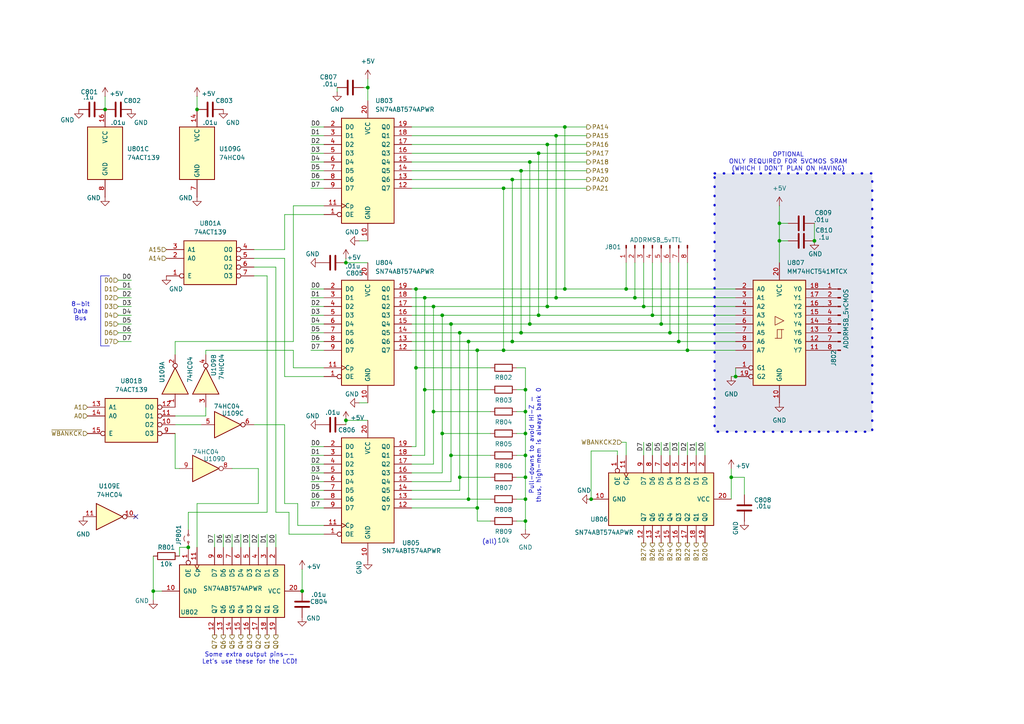
<source format=kicad_sch>
(kicad_sch (version 20250114) (generator "eeschema") (generator_version "9.0")
  (paper "A4")
  (title_block (title "65c02 Homebrew") (rev "Prelim") (company "Joseph R. Freeston") (comment 2 "https://github.com/snorklerjoe/useful6502") (comment 4 "A 65c02-based computer with peripheral i/o offloaded to a PIC16 microcontroller."))
  (lib_symbols
    (symbol "74xx:74HC04"
      (property "Reference" "U" (at 0 1.27 0))
      (property "Value" "74HC04" (at 0 -1.27 0))
      (symbol "74HC04_1_0"
        (polyline (pts (xy -3.81 3.81) (xy -3.81 -3.81) (xy 3.81 0) (xy -3.81 3.81)) (stroke (width 0.254)) (fill (type background)))
        (pin input line (at -7.62 0 0) (length 3.81) (name "~") (number "1"))
        (pin output inverted (at 7.62 0 180) (length 3.81) (name "~") (number "2"))
      )
      (symbol "74HC04_2_0"
        (polyline (pts (xy -3.81 3.81) (xy -3.81 -3.81) (xy 3.81 0) (xy -3.81 3.81)) (stroke (width 0.254)) (fill (type background)))
        (pin input line (at -7.62 0 0) (length 3.81) (name "~") (number "3"))
        (pin output inverted (at 7.62 0 180) (length 3.81) (name "~") (number "4"))
      )
      (symbol "74HC04_3_0"
        (polyline (pts (xy -3.81 3.81) (xy -3.81 -3.81) (xy 3.81 0) (xy -3.81 3.81)) (stroke (width 0.254)) (fill (type background)))
        (pin input line (at -7.62 0 0) (length 3.81) (name "~") (number "5"))
        (pin output inverted (at 7.62 0 180) (length 3.81) (name "~") (number "6"))
      )
      (symbol "74HC04_4_0"
        (polyline (pts (xy -3.81 3.81) (xy -3.81 -3.81) (xy 3.81 0) (xy -3.81 3.81)) (stroke (width 0.254)) (fill (type background)))
        (pin input line (at -7.62 0 0) (length 3.81) (name "~") (number "9"))
        (pin output inverted (at 7.62 0 180) (length 3.81) (name "~") (number "8"))
      )
      (symbol "74HC04_5_0"
        (polyline (pts (xy -3.81 3.81) (xy -3.81 -3.81) (xy 3.81 0) (xy -3.81 3.81)) (stroke (width 0.254)) (fill (type background)))
        (pin input line (at -7.62 0 0) (length 3.81) (name "~") (number "11"))
        (pin output inverted (at 7.62 0 180) (length 3.81) (name "~") (number "10"))
      )
      (symbol "74HC04_6_0"
        (polyline (pts (xy -3.81 3.81) (xy -3.81 -3.81) (xy 3.81 0) (xy -3.81 3.81)) (stroke (width 0.254)) (fill (type background)))
        (pin input line (at -7.62 0 0) (length 3.81) (name "~") (number "13"))
        (pin output inverted (at 7.62 0 180) (length 3.81) (name "~") (number "12"))
      )
      (symbol "74HC04_7_0"
        (pin power_in line (at 0 12.7 270) (length 5.08) (name "VCC") (number "14"))
        (pin power_in line (at 0 -12.7 90) (length 5.08) (name "GND") (number "7"))
      )
      (symbol "74HC04_7_1"
        (rectangle (start -5.08 7.62) (end 5.08 -7.62) (stroke (width 0.254)) (fill (type background)))
      )
    )
    (symbol "74xx:74HCT541" (pin_names (offset 1.016))
      (property "Reference" "U" (at -7.62 16.51 0))
      (property "Value" "74HCT541" (at -7.62 -16.51 0))
      (symbol "74HCT541_1_0"
        (polyline (pts (xy -1.27 -1.6002) (xy 0.635 -1.6002) (xy 0.635 0.9398) (xy 1.27 0.9398)))
        (polyline (pts (xy -0.635 -1.6002) (xy -0.635 0.9398) (xy 0.635 0.9398)))
        (polyline (pts (xy 1.27 3.4798) (xy -1.27 4.7498) (xy -1.27 2.2098) (xy 1.27 3.4798)) (stroke (width 0.1524)))
        (pin input line (at -12.7 12.7 0) (length 5.08) (name "A0") (number "2"))
        (pin input line (at -12.7 10.16 0) (length 5.08) (name "A1") (number "3"))
        (pin input line (at -12.7 7.62 0) (length 5.08) (name "A2") (number "4"))
        (pin input line (at -12.7 5.08 0) (length 5.08) (name "A3") (number "5"))
        (pin input line (at -12.7 2.54 0) (length 5.08) (name "A4") (number "6"))
        (pin input line (at -12.7 0 0) (length 5.08) (name "A5") (number "7"))
        (pin input line (at -12.7 -2.54 0) (length 5.08) (name "A6") (number "8"))
        (pin input line (at -12.7 -5.08 0) (length 5.08) (name "A7") (number "9"))
        (pin input inverted (at -12.7 -10.16 0) (length 5.08) (name "G1") (number "1"))
        (pin input inverted (at -12.7 -12.7 0) (length 5.08) (name "G2") (number "19"))
        (pin power_in line (at 0 20.32 270) (length 5.08) (name "VCC") (number "20"))
        (pin power_in line (at 0 -20.32 90) (length 5.08) (name "GND") (number "10"))
        (pin tri_state line (at 12.7 12.7 180) (length 5.08) (name "Y0") (number "18"))
        (pin tri_state line (at 12.7 10.16 180) (length 5.08) (name "Y1") (number "17"))
        (pin tri_state line (at 12.7 7.62 180) (length 5.08) (name "Y2") (number "16"))
        (pin tri_state line (at 12.7 5.08 180) (length 5.08) (name "Y3") (number "15"))
        (pin tri_state line (at 12.7 2.54 180) (length 5.08) (name "Y4") (number "14"))
        (pin tri_state line (at 12.7 0 180) (length 5.08) (name "Y5") (number "13"))
        (pin tri_state line (at 12.7 -2.54 180) (length 5.08) (name "Y6") (number "12"))
        (pin tri_state line (at 12.7 -5.08 180) (length 5.08) (name "Y7") (number "11"))
      )
      (symbol "74HCT541_1_1"
        (rectangle (start -7.62 15.24) (end 7.62 -15.24) (stroke (width 0.254)) (fill (type background)))
      )
    )
    (symbol "74xx:74HCT574" (pin_names (offset 1.016))
      (property "Reference" "U" (at -7.62 16.51 0))
      (property "Value" "74HCT574" (at -7.62 -16.51 0))
      (symbol "74HCT574_1_0"
        (pin input line (at -12.7 12.7 0) (length 5.08) (name "D0") (number "2"))
        (pin input line (at -12.7 10.16 0) (length 5.08) (name "D1") (number "3"))
        (pin input line (at -12.7 7.62 0) (length 5.08) (name "D2") (number "4"))
        (pin input line (at -12.7 5.08 0) (length 5.08) (name "D3") (number "5"))
        (pin input line (at -12.7 2.54 0) (length 5.08) (name "D4") (number "6"))
        (pin input line (at -12.7 0 0) (length 5.08) (name "D5") (number "7"))
        (pin input line (at -12.7 -2.54 0) (length 5.08) (name "D6") (number "8"))
        (pin input line (at -12.7 -5.08 0) (length 5.08) (name "D7") (number "9"))
        (pin input clock (at -12.7 -10.16 0) (length 5.08) (name "Cp") (number "11"))
        (pin input inverted (at -12.7 -12.7 0) (length 5.08) (name "OE") (number "1"))
        (pin power_in line (at 0 20.32 270) (length 5.08) (name "VCC") (number "20"))
        (pin power_in line (at 0 -20.32 90) (length 5.08) (name "GND") (number "10"))
        (pin tri_state line (at 12.7 12.7 180) (length 5.08) (name "Q0") (number "19"))
        (pin tri_state line (at 12.7 10.16 180) (length 5.08) (name "Q1") (number "18"))
        (pin tri_state line (at 12.7 7.62 180) (length 5.08) (name "Q2") (number "17"))
        (pin tri_state line (at 12.7 5.08 180) (length 5.08) (name "Q3") (number "16"))
        (pin tri_state line (at 12.7 2.54 180) (length 5.08) (name "Q4") (number "15"))
        (pin tri_state line (at 12.7 0 180) (length 5.08) (name "Q5") (number "14"))
        (pin tri_state line (at 12.7 -2.54 180) (length 5.08) (name "Q6") (number "13"))
        (pin tri_state line (at 12.7 -5.08 180) (length 5.08) (name "Q7") (number "12"))
      )
      (symbol "74HCT574_1_1"
        (rectangle (start -7.62 15.24) (end 7.62 -15.24) (stroke (width 0.254)) (fill (type background)))
      )
    )
    (symbol "74xx:74LS139" (pin_names (offset 1.016))
      (property "Reference" "U" (at -7.62 8.89 0))
      (property "Value" "74LS139" (at -7.62 -8.89 0))
      (symbol "74LS139_1_0"
        (pin input line (at -12.7 2.54 0) (length 5.08) (name "A1") (number "3"))
        (pin input line (at -12.7 0 0) (length 5.08) (name "A0") (number "2"))
        (pin input inverted (at -12.7 -5.08 0) (length 5.08) (name "E") (number "1"))
        (pin output inverted (at 12.7 2.54 180) (length 5.08) (name "O0") (number "4"))
        (pin output inverted (at 12.7 0 180) (length 5.08) (name "O1") (number "5"))
        (pin output inverted (at 12.7 -2.54 180) (length 5.08) (name "O2") (number "6"))
        (pin output inverted (at 12.7 -5.08 180) (length 5.08) (name "O3") (number "7"))
      )
      (symbol "74LS139_1_1"
        (rectangle (start -7.62 5.08) (end 7.62 -7.62) (stroke (width 0.254)) (fill (type background)))
      )
      (symbol "74LS139_2_0"
        (pin input line (at -12.7 2.54 0) (length 5.08) (name "A1") (number "13"))
        (pin input line (at -12.7 0 0) (length 5.08) (name "A0") (number "14"))
        (pin input inverted (at -12.7 -5.08 0) (length 5.08) (name "E") (number "15"))
        (pin output inverted (at 12.7 2.54 180) (length 5.08) (name "O0") (number "12"))
        (pin output inverted (at 12.7 0 180) (length 5.08) (name "O1") (number "11"))
        (pin output inverted (at 12.7 -2.54 180) (length 5.08) (name "O2") (number "10"))
        (pin output inverted (at 12.7 -5.08 180) (length 5.08) (name "O3") (number "9"))
      )
      (symbol "74LS139_2_1"
        (rectangle (start -7.62 5.08) (end 7.62 -7.62) (stroke (width 0.254)) (fill (type background)))
      )
      (symbol "74LS139_3_0"
        (pin power_in line (at 0 12.7 270) (length 5.08) (name "VCC") (number "16"))
        (pin power_in line (at 0 -12.7 90) (length 5.08) (name "GND") (number "8"))
      )
      (symbol "74LS139_3_1"
        (rectangle (start -5.08 7.62) (end 5.08 -7.62) (stroke (width 0.254)) (fill (type background)))
      )
    )
    (symbol "Connector:Conn_01x08_Pin" (pin_names (offset 1.016) (hide yes))
      (property "Reference" "J" (at 0 10.16 0))
      (property "Value" "Conn_01x08_Pin" (at 0 -12.7 0))
      (symbol "Conn_01x08_Pin_1_1"
        (rectangle (start 0.8636 7.747) (end 0 7.493) (stroke (width 0.1524)) (fill (type outline)))
        (rectangle (start 0.8636 5.207) (end 0 4.953) (stroke (width 0.1524)) (fill (type outline)))
        (rectangle (start 0.8636 2.667) (end 0 2.413) (stroke (width 0.1524)) (fill (type outline)))
        (rectangle (start 0.8636 0.127) (end 0 -0.127) (stroke (width 0.1524)) (fill (type outline)))
        (rectangle (start 0.8636 -2.413) (end 0 -2.667) (stroke (width 0.1524)) (fill (type outline)))
        (rectangle (start 0.8636 -4.953) (end 0 -5.207) (stroke (width 0.1524)) (fill (type outline)))
        (rectangle (start 0.8636 -7.493) (end 0 -7.747) (stroke (width 0.1524)) (fill (type outline)))
        (rectangle (start 0.8636 -10.033) (end 0 -10.287) (stroke (width 0.1524)) (fill (type outline)))
        (polyline (pts (xy 1.27 7.62) (xy 0.8636 7.62)) (stroke (width 0.1524)))
        (polyline (pts (xy 1.27 5.08) (xy 0.8636 5.08)) (stroke (width 0.1524)))
        (polyline (pts (xy 1.27 2.54) (xy 0.8636 2.54)) (stroke (width 0.1524)))
        (polyline (pts (xy 1.27 0) (xy 0.8636 0)) (stroke (width 0.1524)))
        (polyline (pts (xy 1.27 -2.54) (xy 0.8636 -2.54)) (stroke (width 0.1524)))
        (polyline (pts (xy 1.27 -5.08) (xy 0.8636 -5.08)) (stroke (width 0.1524)))
        (polyline (pts (xy 1.27 -7.62) (xy 0.8636 -7.62)) (stroke (width 0.1524)))
        (polyline (pts (xy 1.27 -10.16) (xy 0.8636 -10.16)) (stroke (width 0.1524)))
        (pin passive line (at 5.08 7.62 180) (length 3.81) (name "Pin_1") (number "1"))
        (pin passive line (at 5.08 5.08 180) (length 3.81) (name "Pin_2") (number "2"))
        (pin passive line (at 5.08 2.54 180) (length 3.81) (name "Pin_3") (number "3"))
        (pin passive line (at 5.08 0 180) (length 3.81) (name "Pin_4") (number "4"))
        (pin passive line (at 5.08 -2.54 180) (length 3.81) (name "Pin_5") (number "5"))
        (pin passive line (at 5.08 -5.08 180) (length 3.81) (name "Pin_6") (number "6"))
        (pin passive line (at 5.08 -7.62 180) (length 3.81) (name "Pin_7") (number "7"))
        (pin passive line (at 5.08 -10.16 180) (length 3.81) (name "Pin_8") (number "8"))
      )
    )
    (symbol "Device:C" (pin_numbers (hide yes)) (pin_names (offset 0.254))
      (property "Reference" "C" (at 0.635 2.54 0))
      (property "Value" "C" (at 0.635 -2.54 0))
      (symbol "C_0_1"
        (polyline (pts (xy -2.032 0.762) (xy 2.032 0.762)) (stroke (width 0.508)))
        (polyline (pts (xy -2.032 -0.762) (xy 2.032 -0.762)) (stroke (width 0.508)))
      )
      (symbol "C_1_1"
        (pin passive line (at 0 3.81 270) (length 2.794) (name "~") (number "1"))
        (pin passive line (at 0 -3.81 90) (length 2.794) (name "~") (number "2"))
      )
    )
    (symbol "Device:R" (pin_numbers (hide yes)) (pin_names (offset 0))
      (property "Reference" "R" (at 2.032 0 90))
      (property "Value" "R" (at 0 0 90))
      (symbol "R_0_1"
        (rectangle (start -1.016 -2.54) (end 1.016 2.54) (stroke (width 0.254)))
      )
      (symbol "R_1_1"
        (pin passive line (at 0 3.81 270) (length 1.27) (name "~") (number "1"))
        (pin passive line (at 0 -3.81 90) (length 1.27) (name "~") (number "2"))
      )
    )
    (symbol "Jumper:Jumper_2_Small_Open" (pin_numbers (hide yes)) (pin_names (offset 0) (hide yes))
      (property "Reference" "JP" (at 0 2.794 0))
      (property "Value" "Jumper_2_Small_Open" (at 0 -2.286 0))
      (symbol "Jumper_2_Small_Open_0_0"
        (circle (center -1.016 0) (radius 0.254))
        (circle (center 1.016 0) (radius 0.254))
      )
      (symbol "Jumper_2_Small_Open_0_1"
        (arc (start -0.762 1.0196) (mid 0 1.2729) (end 0.762 1.0196))
      )
      (symbol "Jumper_2_Small_Open_1_1"
        (pin passive line (at -2.54 0 0) (length 1.27) (name "A") (number "1"))
        (pin passive line (at 2.54 0 180) (length 1.27) (name "B") (number "2"))
      )
    )
    (symbol "power:+5V" (power) (pin_numbers (hide yes)) (pin_names (offset 0) (hide yes))
      (property "Value" "+5V" (at 0 3.556 0))
      (symbol "+5V_0_1"
        (polyline (pts (xy -0.762 1.27) (xy 0 2.54)))
        (polyline (pts (xy 0 2.54) (xy 0.762 1.27)))
        (polyline (pts (xy 0 0) (xy 0 2.54)))
      )
      (symbol "+5V_1_1"
        (pin power_in line (at 0 0 90) (length 0) (name "~") (number "1"))
      )
    )
    (symbol "power:GND" (power) (pin_numbers (hide yes)) (pin_names (offset 0) (hide yes))
      (property "Value" "GND" (at 0 -3.81 0))
      (symbol "GND_0_1"
        (polyline (pts (xy 0 0) (xy 0 -1.27) (xy 1.27 -1.27) (xy 0 -2.54) (xy -1.27 -1.27) (xy 0 -1.27)))
      )
      (symbol "GND_1_1"
        (pin power_in line (at 0 0 270) (length 0) (name "~") (number "1"))
      )
    )
  )
  (rectangle (start 207.264 50.292) (end 252.984 125.222) (stroke (width 0.635) (type dot)) (fill (type color) (color 0 35 111 0.12)))
  (text "Pull-downs to avoid Hi-Z —\nthus, high-mem is always bank 0" (at 155.194 129.286 90) (effects (font (size 1.27 1.27))))
  (text "8-bit\nData\nBus" (at 23.368 90.424 0) (effects (font (size 1.27 1.27))))
  (text "OPTIONAL\nONLY REQUIRED FOR 5VCMOS SRAM\n(WHICH I DON'T PLAN ON HAVING)" (at 228.6 46.99 0) (effects (font (size 1.27 1.27))))
  (text "Some extra output pins--\nLet's use these for the LCD!" (at 72.39 191.008 0) (effects (font (size 1.27 1.27))))
  (text "(all)" (at 141.986 157.226 0) (effects (font (size 1.27 1.27))))
  (junction (at 226.06 64.77))
  (junction (at 151.13 96.52))
  (junction (at 152.4 119.38))
  (junction (at 189.23 91.44))
  (junction (at 135.89 99.06))
  (junction (at 163.83 83.82))
  (junction (at 156.21 91.44))
  (junction (at 212.09 138.43))
  (junction (at 100.33 121.92))
  (junction (at 128.27 125.73))
  (junction (at 171.45 144.78))
  (junction (at 199.39 101.6))
  (junction (at 152.4 125.73))
  (junction (at 87.63 171.45))
  (junction (at 128.27 91.44))
  (junction (at 135.89 144.78))
  (junction (at 196.85 99.06))
  (junction (at 133.35 138.43))
  (junction (at 130.81 132.08))
  (junction (at 125.73 119.38))
  (junction (at 213.36 109.22))
  (junction (at 123.19 86.36))
  (junction (at 161.29 86.36))
  (junction (at 152.4 113.03))
  (junction (at 138.43 147.32))
  (junction (at 184.15 86.36))
  (junction (at 152.4 132.08))
  (junction (at 152.4 144.78))
  (junction (at 57.15 31.75))
  (junction (at 236.22 69.85))
  (junction (at 158.75 41.91))
  (junction (at 191.77 93.98))
  (junction (at 152.4 138.43))
  (junction (at 30.48 31.75))
  (junction (at 226.06 69.85))
  (junction (at 120.65 106.68))
  (junction (at 153.67 46.99))
  (junction (at 148.59 52.07))
  (junction (at 152.4 151.13))
  (junction (at 153.67 93.98))
  (junction (at 146.05 101.6))
  (junction (at 161.29 39.37))
  (junction (at 123.19 113.03))
  (junction (at 146.05 54.61))
  (junction (at 44.45 171.45))
  (junction (at 163.83 36.83))
  (junction (at 181.61 83.82))
  (junction (at 130.81 93.98))
  (junction (at 106.68 25.4))
  (junction (at 120.65 83.82))
  (junction (at 156.21 44.45))
  (junction (at 158.75 88.9))
  (junction (at 138.43 101.6))
  (junction (at 133.35 96.52))
  (junction (at 194.31 96.52))
  (junction (at 100.33 76.2))
  (junction (at 54.61 158.75))
  (junction (at 151.13 49.53))
  (junction (at 125.73 88.9))
  (junction (at 186.69 88.9))
  (junction (at 148.59 99.06))
  (no_connect (at 39.37 149.86))
  (wire (pts (xy 52.07 161.29) (xy 52.07 158.75)))
  (wire (pts (xy 161.29 86.36) (xy 184.15 86.36)))
  (wire (pts (xy 130.81 139.7) (xy 130.81 132.08)))
  (wire (pts (xy 93.98 129.54) (xy 90.17 129.54)))
  (polyline (pts (xy 29.21 80.01) (xy 29.21 100.33)))
  (wire (pts (xy 44.45 161.29) (xy 44.45 171.45)))
  (wire (pts (xy 93.98 142.24) (xy 90.17 142.24)))
  (wire (pts (xy 184.15 86.36) (xy 213.36 86.36)))
  (wire (pts (xy 138.43 101.6) (xy 146.05 101.6)))
  (wire (pts (xy 120.65 106.68) (xy 142.24 106.68)))
  (wire (pts (xy 236.22 64.77) (xy 236.22 69.85)))
  (wire (pts (xy 83.82 148.59) (xy 83.82 154.94)))
  (wire (pts (xy 93.98 96.52) (xy 90.17 96.52)))
  (wire (pts (xy 100.33 121.92) (xy 100.33 123.19)))
  (wire (pts (xy 104.14 116.84) (xy 106.68 116.84)))
  (wire (pts (xy 77.47 158.75) (xy 77.47 154.94)))
  (wire (pts (xy 93.98 147.32) (xy 90.17 147.32)))
  (wire (pts (xy 100.33 76.2) (xy 106.68 76.2)))
  (wire (pts (xy 119.38 88.9) (xy 125.73 88.9)))
  (wire (pts (xy 93.98 93.98) (xy 90.17 93.98)))
  (wire (pts (xy 85.09 99.06) (xy 85.09 59.69)))
  (wire (pts (xy 158.75 41.91) (xy 158.75 88.9)))
  (wire (pts (xy 82.55 123.19) (xy 82.55 146.05)))
  (wire (pts (xy 77.47 80.01) (xy 77.47 148.59)))
  (wire (pts (xy 138.43 147.32) (xy 138.43 101.6)))
  (wire (pts (xy 180.34 128.27) (xy 181.61 128.27)))
  (wire (pts (xy 146.05 54.61) (xy 170.18 54.61)))
  (wire (pts (xy 189.23 91.44) (xy 213.36 91.44)))
  (wire (pts (xy 212.09 138.43) (xy 212.09 144.78)))
  (wire (pts (xy 123.19 86.36) (xy 123.19 113.03)))
  (wire (pts (xy 44.45 171.45) (xy 46.99 171.45)))
  (wire (pts (xy 93.98 49.53) (xy 90.17 49.53)))
  (wire (pts (xy 199.39 76.2) (xy 199.39 101.6)))
  (wire (pts (xy 133.35 138.43) (xy 142.24 138.43)))
  (wire (pts (xy 156.21 44.45) (xy 156.21 91.44)))
  (wire (pts (xy 163.83 36.83) (xy 163.83 83.82)))
  (wire (pts (xy 128.27 91.44) (xy 156.21 91.44)))
  (polyline (pts (xy 31.75 100.33) (xy 29.21 100.33)))
  (wire (pts (xy 119.38 144.78) (xy 135.89 144.78)))
  (wire (pts (xy 148.59 52.07) (xy 148.59 99.06)))
  (wire (pts (xy 80.01 148.59) (xy 83.82 148.59)))
  (wire (pts (xy 82.55 109.22) (xy 82.55 74.93)))
  (wire (pts (xy 130.81 132.08) (xy 142.24 132.08)))
  (wire (pts (xy 105.41 25.4) (xy 106.68 25.4)))
  (wire (pts (xy 119.38 137.16) (xy 128.27 137.16)))
  (wire (pts (xy 226.06 69.85) (xy 226.06 76.2)))
  (wire (pts (xy 163.83 83.82) (xy 181.61 83.82)))
  (wire (pts (xy 93.98 139.7) (xy 90.17 139.7)))
  (wire (pts (xy 50.8 99.06) (xy 85.09 99.06)))
  (wire (pts (xy 215.9 138.43) (xy 212.09 138.43)))
  (wire (pts (xy 163.83 36.83) (xy 170.18 36.83)))
  (wire (pts (xy 196.85 99.06) (xy 213.36 99.06)))
  (polyline (pts (xy 31.75 80.01) (xy 29.21 80.01)))
  (wire (pts (xy 152.4 119.38) (xy 152.4 125.73)))
  (wire (pts (xy 189.23 132.08) (xy 189.23 128.27)))
  (wire (pts (xy 153.67 46.99) (xy 153.67 93.98)))
  (wire (pts (xy 215.9 143.51) (xy 215.9 138.43)))
  (wire (pts (xy 128.27 137.16) (xy 128.27 125.73)))
  (wire (pts (xy 148.59 99.06) (xy 196.85 99.06)))
  (wire (pts (xy 152.4 153.67) (xy 152.4 151.13)))
  (wire (pts (xy 199.39 101.6) (xy 213.36 101.6)))
  (wire (pts (xy 93.98 86.36) (xy 90.17 86.36)))
  (wire (pts (xy 194.31 96.52) (xy 213.36 96.52)))
  (wire (pts (xy 149.86 132.08) (xy 152.4 132.08)))
  (wire (pts (xy 181.61 128.27) (xy 181.61 132.08)))
  (wire (pts (xy 106.68 25.4) (xy 106.68 29.21)))
  (wire (pts (xy 120.65 83.82) (xy 163.83 83.82)))
  (wire (pts (xy 93.98 54.61) (xy 90.17 54.61)))
  (wire (pts (xy 158.75 88.9) (xy 186.69 88.9)))
  (wire (pts (xy 119.38 134.62) (xy 125.73 134.62)))
  (wire (pts (xy 119.38 46.99) (xy 153.67 46.99)))
  (wire (pts (xy 213.36 109.22) (xy 212.09 109.22)))
  (wire (pts (xy 119.38 91.44) (xy 128.27 91.44)))
  (wire (pts (xy 161.29 39.37) (xy 161.29 86.36)))
  (wire (pts (xy 93.98 144.78) (xy 90.17 144.78)))
  (wire (pts (xy 226.06 64.77) (xy 228.6 64.77)))
  (wire (pts (xy 151.13 96.52) (xy 194.31 96.52)))
  (wire (pts (xy 73.66 77.47) (xy 80.01 77.47)))
  (wire (pts (xy 93.98 39.37) (xy 90.17 39.37)))
  (wire (pts (xy 152.4 113.03) (xy 152.4 119.38)))
  (wire (pts (xy 191.77 76.2) (xy 191.77 93.98)))
  (wire (pts (xy 73.66 72.39) (xy 82.55 72.39)))
  (wire (pts (xy 93.98 36.83) (xy 90.17 36.83)))
  (wire (pts (xy 151.13 49.53) (xy 151.13 96.52)))
  (wire (pts (xy 57.15 27.94) (xy 57.15 31.75)))
  (wire (pts (xy 85.09 106.68) (xy 93.98 106.68)))
  (wire (pts (xy 93.98 91.44) (xy 90.17 91.44)))
  (wire (pts (xy 119.38 139.7) (xy 130.81 139.7)))
  (wire (pts (xy 194.31 132.08) (xy 194.31 128.27)))
  (wire (pts (xy 152.4 144.78) (xy 152.4 151.13)))
  (wire (pts (xy 74.93 135.89) (xy 74.93 146.05)))
  (wire (pts (xy 119.38 99.06) (xy 135.89 99.06)))
  (wire (pts (xy 156.21 44.45) (xy 170.18 44.45)))
  (wire (pts (xy 59.69 120.65) (xy 50.8 120.65)))
  (wire (pts (xy 138.43 151.13) (xy 138.43 147.32)))
  (wire (pts (xy 77.47 148.59) (xy 54.61 148.59)))
  (wire (pts (xy 30.48 27.94) (xy 30.48 31.75)))
  (wire (pts (xy 38.1 88.9) (xy 34.29 88.9)))
  (wire (pts (xy 93.98 46.99) (xy 90.17 46.99)))
  (wire (pts (xy 83.82 154.94) (xy 93.98 154.94)))
  (wire (pts (xy 38.1 86.36) (xy 34.29 86.36)))
  (wire (pts (xy 152.4 138.43) (xy 152.4 144.78)))
  (wire (pts (xy 123.19 113.03) (xy 142.24 113.03)))
  (wire (pts (xy 125.73 134.62) (xy 125.73 119.38)))
  (wire (pts (xy 64.77 158.75) (xy 64.77 154.94)))
  (wire (pts (xy 184.15 76.2) (xy 184.15 86.36)))
  (wire (pts (xy 54.61 148.59) (xy 54.61 153.67)))
  (wire (pts (xy 50.8 135.89) (xy 50.8 125.73)))
  (wire (pts (xy 119.38 54.61) (xy 146.05 54.61)))
  (wire (pts (xy 226.06 59.69) (xy 226.06 64.77)))
  (wire (pts (xy 153.67 93.98) (xy 191.77 93.98)))
  (wire (pts (xy 153.67 46.99) (xy 170.18 46.99)))
  (wire (pts (xy 82.55 74.93) (xy 73.66 74.93)))
  (wire (pts (xy 93.98 137.16) (xy 90.17 137.16)))
  (wire (pts (xy 50.8 102.87) (xy 50.8 99.06)))
  (wire (pts (xy 226.06 64.77) (xy 226.06 69.85)))
  (wire (pts (xy 133.35 96.52) (xy 133.35 138.43)))
  (wire (pts (xy 93.98 132.08) (xy 90.17 132.08)))
  (wire (pts (xy 74.93 146.05) (xy 57.15 146.05)))
  (wire (pts (xy 146.05 54.61) (xy 146.05 101.6)))
  (wire (pts (xy 93.98 52.07) (xy 90.17 52.07)))
  (wire (pts (xy 119.38 93.98) (xy 130.81 93.98)))
  (wire (pts (xy 130.81 93.98) (xy 153.67 93.98)))
  (wire (pts (xy 67.31 158.75) (xy 67.31 154.94)))
  (wire (pts (xy 149.86 106.68) (xy 152.4 106.68)))
  (wire (pts (xy 125.73 119.38) (xy 142.24 119.38)))
  (wire (pts (xy 149.86 113.03) (xy 152.4 113.03)))
  (wire (pts (xy 93.98 99.06) (xy 90.17 99.06)))
  (wire (pts (xy 128.27 91.44) (xy 128.27 125.73)))
  (wire (pts (xy 59.69 101.6) (xy 85.09 101.6)))
  (wire (pts (xy 179.07 130.81) (xy 171.45 130.81)))
  (wire (pts (xy 119.38 83.82) (xy 120.65 83.82)))
  (wire (pts (xy 119.38 132.08) (xy 123.19 132.08)))
  (wire (pts (xy 179.07 130.81) (xy 179.07 132.08)))
  (wire (pts (xy 72.39 158.75) (xy 72.39 154.94)))
  (wire (pts (xy 82.55 146.05) (xy 86.36 146.05)))
  (wire (pts (xy 161.29 39.37) (xy 170.18 39.37)))
  (wire (pts (xy 149.86 138.43) (xy 152.4 138.43)))
  (wire (pts (xy 196.85 132.08) (xy 196.85 128.27)))
  (wire (pts (xy 204.47 132.08) (xy 204.47 128.27)))
  (wire (pts (xy 85.09 101.6) (xy 85.09 106.68)))
  (wire (pts (xy 93.98 44.45) (xy 90.17 44.45)))
  (wire (pts (xy 123.19 132.08) (xy 123.19 113.03)))
  (wire (pts (xy 119.38 52.07) (xy 148.59 52.07)))
  (wire (pts (xy 38.1 91.44) (xy 34.29 91.44)))
  (wire (pts (xy 119.38 96.52) (xy 133.35 96.52)))
  (wire (pts (xy 130.81 93.98) (xy 130.81 132.08)))
  (wire (pts (xy 201.93 132.08) (xy 201.93 128.27)))
  (wire (pts (xy 189.23 76.2) (xy 189.23 91.44)))
  (wire (pts (xy 100.33 121.92) (xy 106.68 121.92)))
  (wire (pts (xy 62.23 158.75) (xy 62.23 154.94)))
  (wire (pts (xy 119.38 147.32) (xy 138.43 147.32)))
  (wire (pts (xy 38.1 96.52) (xy 34.29 96.52)))
  (wire (pts (xy 123.19 86.36) (xy 161.29 86.36)))
  (wire (pts (xy 196.85 76.2) (xy 196.85 99.06)))
  (wire (pts (xy 135.89 144.78) (xy 142.24 144.78)))
  (wire (pts (xy 226.06 69.85) (xy 228.6 69.85)))
  (wire (pts (xy 213.36 109.22) (xy 213.36 106.68)))
  (wire (pts (xy 119.38 44.45) (xy 156.21 44.45)))
  (wire (pts (xy 86.36 146.05) (xy 86.36 152.4)))
  (wire (pts (xy 149.86 119.38) (xy 152.4 119.38)))
  (wire (pts (xy 120.65 83.82) (xy 120.65 106.68)))
  (wire (pts (xy 135.89 99.06) (xy 148.59 99.06)))
  (wire (pts (xy 133.35 96.52) (xy 151.13 96.52)))
  (wire (pts (xy 181.61 76.2) (xy 181.61 83.82)))
  (wire (pts (xy 93.98 134.62) (xy 90.17 134.62)))
  (wire (pts (xy 148.59 52.07) (xy 170.18 52.07)))
  (wire (pts (xy 119.38 39.37) (xy 161.29 39.37)))
  (wire (pts (xy 152.4 106.68) (xy 152.4 113.03)))
  (wire (pts (xy 181.61 83.82) (xy 213.36 83.82)))
  (wire (pts (xy 82.55 72.39) (xy 82.55 62.23)))
  (wire (pts (xy 152.4 151.13) (xy 149.86 151.13)))
  (wire (pts (xy 52.07 135.89) (xy 50.8 135.89)))
  (wire (pts (xy 119.38 142.24) (xy 133.35 142.24)))
  (wire (pts (xy 57.15 146.05) (xy 57.15 158.75)))
  (wire (pts (xy 82.55 62.23) (xy 93.98 62.23)))
  (wire (pts (xy 52.07 158.75) (xy 54.61 158.75)))
  (wire (pts (xy 199.39 132.08) (xy 199.39 128.27)))
  (wire (pts (xy 120.65 106.68) (xy 120.65 129.54)))
  (wire (pts (xy 93.98 109.22) (xy 82.55 109.22)))
  (wire (pts (xy 93.98 88.9) (xy 90.17 88.9)))
  (wire (pts (xy 93.98 41.91) (xy 90.17 41.91)))
  (wire (pts (xy 186.69 88.9) (xy 213.36 88.9)))
  (wire (pts (xy 104.14 69.85) (xy 106.68 69.85)))
  (wire (pts (xy 191.77 93.98) (xy 213.36 93.98)))
  (wire (pts (xy 38.1 99.06) (xy 34.29 99.06)))
  (wire (pts (xy 69.85 158.75) (xy 69.85 154.94)))
  (wire (pts (xy 73.66 123.19) (xy 82.55 123.19)))
  (wire (pts (xy 146.05 101.6) (xy 199.39 101.6)))
  (wire (pts (xy 73.66 80.01) (xy 77.47 80.01)))
  (wire (pts (xy 142.24 151.13) (xy 138.43 151.13)))
  (wire (pts (xy 80.01 158.75) (xy 80.01 154.94)))
  (wire (pts (xy 152.4 125.73) (xy 152.4 132.08)))
  (wire (pts (xy 194.31 76.2) (xy 194.31 96.52)))
  (wire (pts (xy 50.8 123.19) (xy 58.42 123.19)))
  (wire (pts (xy 152.4 132.08) (xy 152.4 138.43)))
  (wire (pts (xy 80.01 77.47) (xy 80.01 148.59)))
  (wire (pts (xy 125.73 88.9) (xy 158.75 88.9)))
  (wire (pts (xy 67.31 135.89) (xy 74.93 135.89)))
  (wire (pts (xy 93.98 83.82) (xy 90.17 83.82)))
  (wire (pts (xy 128.27 125.73) (xy 142.24 125.73)))
  (wire (pts (xy 93.98 101.6) (xy 90.17 101.6)))
  (wire (pts (xy 186.69 76.2) (xy 186.69 88.9)))
  (wire (pts (xy 119.38 101.6) (xy 138.43 101.6)))
  (wire (pts (xy 119.38 49.53) (xy 151.13 49.53)))
  (wire (pts (xy 151.13 49.53) (xy 170.18 49.53)))
  (wire (pts (xy 171.45 130.81) (xy 171.45 144.78)))
  (wire (pts (xy 149.86 144.78) (xy 152.4 144.78)))
  (wire (pts (xy 156.21 91.44) (xy 189.23 91.44)))
  (wire (pts (xy 86.36 152.4) (xy 93.98 152.4)))
  (wire (pts (xy 44.45 173.99) (xy 44.45 171.45)))
  (wire (pts (xy 133.35 138.43) (xy 133.35 142.24)))
  (wire (pts (xy 135.89 99.06) (xy 135.89 144.78)))
  (wire (pts (xy 119.38 36.83) (xy 163.83 36.83)))
  (wire (pts (xy 59.69 118.11) (xy 59.69 120.65)))
  (wire (pts (xy 212.09 135.89) (xy 212.09 138.43)))
  (wire (pts (xy 119.38 129.54) (xy 120.65 129.54)))
  (wire (pts (xy 100.33 74.93) (xy 100.33 76.2)))
  (wire (pts (xy 119.38 86.36) (xy 123.19 86.36)))
  (wire (pts (xy 119.38 41.91) (xy 158.75 41.91)))
  (wire (pts (xy 158.75 41.91) (xy 170.18 41.91)))
  (wire (pts (xy 149.86 125.73) (xy 152.4 125.73)))
  (wire (pts (xy 59.69 102.87) (xy 59.69 101.6)))
  (wire (pts (xy 191.77 132.08) (xy 191.77 128.27)))
  (wire (pts (xy 97.79 25.4) (xy 97.79 26.67)))
  (wire (pts (xy 38.1 93.98) (xy 34.29 93.98)))
  (wire (pts (xy 106.68 22.86) (xy 106.68 25.4)))
  (wire (pts (xy 186.69 132.08) (xy 186.69 128.27)))
  (wire (pts (xy 74.93 158.75) (xy 74.93 154.94)))
  (wire (pts (xy 34.29 81.28) (xy 38.1 81.28)))
  (wire (pts (xy 34.29 83.82) (xy 38.1 83.82)))
  (wire (pts (xy 125.73 88.9) (xy 125.73 119.38)))
  (wire (pts (xy 87.63 171.45) (xy 87.63 165.1)))
  (wire (pts (xy 85.09 59.69) (xy 93.98 59.69)))
  (label "D1" (at 38.1 83.82 180))
  (label "D5" (at 90.17 96.52 0))
  (label "D2" (at 90.17 134.62 0))
  (label "D3" (at 90.17 137.16 0))
  (label "D2" (at 199.39 128.27 270))
  (label "D5" (at 67.31 154.94 270))
  (label "D3" (at 90.17 91.44 0))
  (label "D3" (at 196.85 128.27 270))
  (label "D5" (at 191.77 128.27 270))
  (label "D2" (at 90.17 88.9 0))
  (label "D7" (at 90.17 54.61 0))
  (label "D2" (at 90.17 41.91 0))
  (label "D4" (at 69.85 154.94 270))
  (label "D0" (at 38.1 81.28 180))
  (label "D1" (at 90.17 132.08 0))
  (label "D0" (at 80.01 154.94 270))
  (label "D4" (at 90.17 46.99 0))
  (label "D2" (at 74.93 154.94 270))
  (label "D6" (at 90.17 99.06 0))
  (label "D6" (at 90.17 144.78 0))
  (label "D3" (at 72.39 154.94 270))
  (label "D1" (at 90.17 39.37 0))
  (label "D5" (at 38.1 93.98 180))
  (label "D4" (at 38.1 91.44 180))
  (label "D7" (at 90.17 147.32 0))
  (label "D6" (at 189.23 128.27 270))
  (label "D3" (at 38.1 88.9 180))
  (label "D0" (at 90.17 36.83 0))
  (label "D4" (at 90.17 93.98 0))
  (label "D5" (at 90.17 142.24 0))
  (label "D0" (at 90.17 83.82 0))
  (label "D6" (at 38.1 96.52 180))
  (label "D0" (at 90.17 129.54 0))
  (label "D7" (at 90.17 101.6 0))
  (label "D4" (at 194.31 128.27 270))
  (label "D1" (at 201.93 128.27 270))
  (label "D2" (at 38.1 86.36 180))
  (label "D1" (at 77.47 154.94 270))
  (label "D3" (at 90.17 44.45 0))
  (label "D7" (at 62.23 154.94 270))
  (label "D5" (at 90.17 49.53 0))
  (label "D7" (at 38.1 99.06 180))
  (label "D0" (at 204.47 128.27 270))
  (label "D7" (at 186.69 128.27 270))
  (label "D6" (at 64.77 154.94 270))
  (label "D6" (at 90.17 52.07 0))
  (label "D1" (at 90.17 86.36 0))
  (label "D4" (at 90.17 139.7 0))
  (hierarchical_label "Q2" (shape output) (at 74.93 184.15 270))
  (hierarchical_label "Q0" (shape output) (at 80.01 184.15 270))
  (hierarchical_label "PA16" (shape output) (at 170.18 41.91 0))
  (hierarchical_label "PA14" (shape output) (at 170.18 36.83 0))
  (hierarchical_label "D4" (shape input) (at 34.29 91.44 180))
  (hierarchical_label "A0" (shape input) (at 25.4 120.65 180))
  (hierarchical_label "Q3" (shape output) (at 72.39 184.15 270))
  (hierarchical_label "D3" (shape input) (at 34.29 88.9 180))
  (hierarchical_label "B26" (shape output) (at 189.23 157.48 270))
  (hierarchical_label "A15" (shape input) (at 48.26 72.39 180))
  (hierarchical_label "D0" (shape input) (at 34.29 81.28 180))
  (hierarchical_label "Q4" (shape output) (at 69.85 184.15 270))
  (hierarchical_label "~{WBANKCK}" (shape input) (at 25.4 125.73 180))
  (hierarchical_label "Q1" (shape output) (at 77.47 184.15 270))
  (hierarchical_label "B20" (shape output) (at 204.47 157.48 270))
  (hierarchical_label "Q6" (shape output) (at 64.77 184.15 270))
  (hierarchical_label "PA15" (shape output) (at 170.18 39.37 0))
  (hierarchical_label "D6" (shape input) (at 34.29 96.52 180))
  (hierarchical_label "A1" (shape input) (at 25.4 118.11 180))
  (hierarchical_label "PA18" (shape output) (at 170.18 46.99 0))
  (hierarchical_label "D5" (shape input) (at 34.29 93.98 180))
  (hierarchical_label "WBANKCK2" (shape input) (at 180.34 128.27 180))
  (hierarchical_label "Q5" (shape output) (at 67.31 184.15 270))
  (hierarchical_label "PA19" (shape output) (at 170.18 49.53 0))
  (hierarchical_label "B22" (shape output) (at 199.39 157.48 270))
  (hierarchical_label "A14" (shape input) (at 48.26 74.93 180))
  (hierarchical_label "D1" (shape input) (at 34.29 83.82 180))
  (hierarchical_label "B27" (shape output) (at 186.69 157.48 270))
  (hierarchical_label "PA21" (shape output) (at 170.18 54.61 0))
  (hierarchical_label "B25" (shape output) (at 191.77 157.48 270))
  (hierarchical_label "PA17" (shape output) (at 170.18 44.45 0))
  (hierarchical_label "B24" (shape output) (at 194.31 157.48 270))
  (hierarchical_label "D7" (shape input) (at 34.29 99.06 180))
  (hierarchical_label "B23" (shape output) (at 196.85 157.48 270))
  (hierarchical_label "D2" (shape input) (at 34.29 86.36 180))
  (hierarchical_label "B21" (shape output) (at 201.93 157.48 270))
  (hierarchical_label "PA20" (shape output) (at 170.18 52.07 0))
  (hierarchical_label "Q7" (shape output) (at 62.23 184.15 270))
  (symbol (lib_id "power:GND") (at 24.13 149.86 0) (unit 1)
    (property "Reference" "#PWR0802" (effects (hide yes)))
    (property "Value" "GND" (at 24.13 154.94 0))
    (property "Description" "Power symbol creates a global label with name \"GND\" , ground" (effects (hide yes)))
  )
  (symbol (lib_id "power:GND") (at 236.22 69.85 0) (mirror y) (unit 1)
    (property "Reference" "#PWR0829" (effects (hide yes)))
    (property "Value" "GND" (at 236.474 73.66 0))
    (property "Description" "Power symbol creates a global label with name \"GND\" , ground" (effects (hide yes)))
  )
  (symbol (lib_id "power:+5V") (at 106.68 22.86 0) (unit 1)
    (property "Reference" "#PWR0820" (effects (hide yes)))
    (property "Value" "+5V" (at 106.68 17.78 0))
    (property "Description" "Power symbol creates a global label with name \"+5V\"" (effects (hide yes)))
  )
  (symbol (lib_id "power:GND") (at 57.15 57.15 0) (mirror y) (unit 1)
    (property "Reference" "#PWR0809" (effects (hide yes)))
    (property "Value" "GND" (at 51.816 57.404 0) (effects (justify right)))
    (property "Description" "Power symbol creates a global label with name \"GND\" , ground" (effects (hide yes)))
  )
  (symbol (lib_id "74xx:74HCT574") (at 106.68 142.24 0) (unit 1)
    (property "Reference" "U805" (at 116.586 157.48 0) (effects (justify left)))
    (property "Value" "SN74ABT574APWR" (at 110.744 159.766 0) (effects (justify left)))
    (property "Footprint" "Package_SO:TSSOP-20_4.4x6.5mm_P0.65mm" (effects (hide yes)))
    (property "Datasheet" "https://www.ti.com/lit/ds/symlink/sn54abt574.pdf" (effects (hide yes)))
    (property "Description" "8-bit Register, 3-state outputs" (effects (hide yes)))
  )
  (symbol (lib_id "Device:R") (at 146.05 144.78 90) (mirror x) (unit 1)
    (property "Reference" "R808" (at 146.05 147.828 90))
    (property "Value" "10k" (effects (hide yes)))
    (property "Footprint" "Resistor_SMD:R_0402_1005Metric" (effects (hide yes)))
    (property "Description" "Resistor" (effects (hide yes)))
  )
  (symbol (lib_id "power:GND") (at 64.77 31.75 0) (unit 1)
    (property "Reference" "#PWR0810" (effects (hide yes)))
    (property "Value" "GND" (at 69.596 35.56 0) (effects (justify right)))
    (property "Description" "Power symbol creates a global label with name \"GND\" , ground" (effects (hide yes)))
  )
  (symbol (lib_id "74xx:74LS139") (at 38.1 120.65 0) (unit 2)
    (property "Reference" "U801" (at 38.1 110.49 0))
    (property "Value" "74ACT139" (at 38.1 113.03 0))
    (property "Footprint" "Package_SO:TSSOP-16_4.4x5mm_P0.65mm" (effects (hide yes)))
    (property "Datasheet" "http://www.ti.com/lit/ds/symlink/sn74ls139a.pdf" (effects (hide yes)))
    (property "Description" "Dual Decoder 1 of 4, Active low outputs" (effects (hide yes)))
  )
  (symbol (lib_id "power:GND") (at 215.9 151.13 0) (unit 1)
    (property "Reference" "#PWR0826" (effects (hide yes)))
    (property "Value" "GND" (at 213.36 151.13 90) (effects (justify right)))
    (property "Description" "Power symbol creates a global label with name \"GND\" , ground" (effects (hide yes)))
  )
  (symbol (lib_id "Device:C") (at 96.52 76.2 90) (unit 1)
    (property "Reference" "C805" (at 102.87 79.248 90))
    (property "Value" ".01u" (at 102.362 77.216 90))
    (property "Footprint" "Capacitor_SMD:C_0402_1005Metric" (effects (hide yes)))
    (property "Description" "Unpolarized capacitor" (effects (hide yes)))
  )
  (symbol (lib_id "Connector:Conn_01x08_Pin") (at 189.23 71.12 90) (mirror x) (unit 1)
    (property "Reference" "J801" (at 177.8 71.628 90))
    (property "Value" "ADDRMSB_5vTTL" (at 190.246 69.596 90))
    (property "Description" "Generic connector, single row, 01x08, script generated" (effects (hide yes)))
  )
  (symbol (lib_id "74xx:74HC04") (at 50.8 110.49 90) (unit 1)
    (property "Reference" "U109" (at 46.99 107.95 0))
    (property "Value" "74HC04" (at 55.118 107.188 0))
    (property "Footprint" "Package_SO:SOIC-14_3.9x8.7mm_P1.27mm" (effects (hide yes)))
    (property "Datasheet" "https://www.ti.com/lit/gpn/sn74hc04" (effects (hide yes)))
    (property "Description" "Hex Inverter" (effects (hide yes)))
    (property "t_pd (ns)" "19" (effects (hide yes)))
  )
  (symbol (lib_id "74xx:74HC04") (at 59.69 110.49 90) (unit 2)
    (property "Reference" "U109" (at 61.976 105.918 0))
    (property "Value" "74HC04" (at 64.262 106.426 0))
    (property "Footprint" "Package_SO:SOIC-14_3.9x8.7mm_P1.27mm" (effects (hide yes)))
    (property "Datasheet" "https://www.ti.com/lit/gpn/sn74hc04" (effects (hide yes)))
    (property "Description" "Hex Inverter" (effects (hide yes)))
    (property "t_pd (ns)" "19" (effects (hide yes)))
  )
  (symbol (lib_id "Jumper:Jumper_2_Small_Open") (at 54.61 156.21 90) (unit 1)
    (property "Reference" "JP801" (at 51.816 152.146 0) (effects (justify right)))
    (property "Value" "Jumper_2_Small_Open" (effects (hide yes)))
    (property "Footprint" "Jumper:SolderJumper-2_P1.3mm_Open_Pad1.0x1.5mm" (effects (hide yes)))
    (property "Description" "Jumper, 2-pole, small symbol, open" (effects (hide yes)))
  )
  (symbol (lib_id "Device:C") (at 60.96 31.75 90) (unit 1)
    (property "Reference" "C803" (at 65.024 29.21 90))
    (property "Value" ".01u" (at 60.96 35.56 90))
    (property "Footprint" "Capacitor_SMD:C_0402_1005Metric" (effects (hide yes)))
    (property "Description" "Unpolarized capacitor" (effects (hide yes)))
  )
  (symbol (lib_id "power:GND") (at 92.71 123.19 270) (unit 1)
    (property "Reference" "#PWR0814" (effects (hide yes)))
    (property "Value" "GND" (at 92.71 120.65 90) (effects (justify right)))
    (property "Description" "Power symbol creates a global label with name \"GND\" , ground" (effects (hide yes)))
  )
  (symbol (lib_id "74xx:74HCT541") (at 226.06 96.52 0) (unit 1) (on_board no)
    (property "Reference" "U807" (at 228.2033 76.2 0) (effects (justify left)))
    (property "Value" "MM74HCT541MTCX" (at 228.2033 78.74 0) (effects (justify left)))
    (property "Datasheet" "https://www.onsemi.com/download/data-sheet/pdf/mm74hct541-d.pdf" (effects (hide yes)))
    (property "Description" "8-bit Buffer/Line Driver 3-state outputs" (effects (hide yes)))
  )
  (symbol (lib_id "74xx:74HC04") (at 57.15 44.45 0) (unit 7)
    (property "Reference" "U109" (at 63.5 43.1799 0) (effects (justify left)))
    (property "Value" "74HC04" (at 63.5 45.7199 0) (effects (justify left)))
    (property "Footprint" "Package_SO:SOIC-14_3.9x8.7mm_P1.27mm" (effects (hide yes)))
    (property "Datasheet" "https://www.ti.com/lit/gpn/sn74hc04" (effects (hide yes)))
    (property "Description" "Hex Inverter" (effects (hide yes)))
    (property "t_pd (ns)" "19" (effects (hide yes)))
  )
  (symbol (lib_id "power:+5V") (at 212.09 135.89 0) (unit 1)
    (property "Reference" "#PWR0825" (effects (hide yes)))
    (property "Value" "+5V" (at 215.392 135.128 0))
    (property "Description" "Power symbol creates a global label with name \"+5V\"" (effects (hide yes)))
  )
  (symbol (lib_id "74xx:74HCT574") (at 106.68 49.53 0) (unit 1)
    (property "Reference" "U803" (at 108.8233 29.21 0) (effects (justify left)))
    (property "Value" "SN74ABT574APWR" (at 108.8233 31.75 0) (effects (justify left)))
    (property "Footprint" "Package_SO:TSSOP-20_4.4x6.5mm_P0.65mm" (effects (hide yes)))
    (property "Datasheet" "https://www.ti.com/lit/ds/symlink/sn54abt574.pdf" (effects (hide yes)))
    (property "Description" "8-bit Register, 3-state outputs" (effects (hide yes)))
  )
  (symbol (lib_id "Device:C") (at 101.6 25.4 270) (unit 1)
    (property "Reference" "C807" (at 95.25 22.352 90))
    (property "Value" ".01u" (at 95.758 24.384 90))
    (property "Footprint" "Capacitor_SMD:C_0402_1005Metric" (effects (hide yes)))
    (property "Description" "Unpolarized capacitor" (effects (hide yes)))
  )
  (symbol (lib_id "Connector:Conn_01x08_Pin") (at 243.84 91.44 0) (mirror y) (unit 1)
    (property "Reference" "J802" (at 241.808 103.886 90))
    (property "Value" "ADDRMSB_5vCMOS" (at 245.364 92.456 90))
    (property "Description" "Generic connector, single row, 01x08, script generated" (effects (hide yes)))
  )
  (symbol (lib_id "power:GND") (at 87.63 179.07 0) (unit 1)
    (property "Reference" "#PWR0812" (effects (hide yes)))
    (property "Value" "GND" (at 92.964 179.324 0) (effects (justify right)))
    (property "Description" "Power symbol creates a global label with name \"GND\" , ground" (effects (hide yes)))
  )
  (symbol (lib_id "power:+5V") (at 87.63 165.1 0) (unit 1)
    (property "Reference" "#PWR0811" (effects (hide yes)))
    (property "Value" "+5V" (at 90.932 164.338 0))
    (property "Description" "Power symbol creates a global label with name \"+5V\"" (effects (hide yes)))
  )
  (symbol (lib_id "74xx:74HC04") (at 31.75 149.86 0) (unit 5)
    (property "Reference" "U109" (at 31.75 140.97 0))
    (property "Value" "74HC04" (at 31.75 143.51 0))
    (property "Footprint" "Package_SO:SOIC-14_3.9x8.7mm_P1.27mm" (effects (hide yes)))
    (property "Datasheet" "https://www.ti.com/lit/gpn/sn74hc04" (effects (hide yes)))
    (property "Description" "Hex Inverter" (effects (hide yes)))
    (property "t_pd (ns)" "19" (effects (hide yes)))
  )
  (symbol (lib_id "74xx:74HCT574") (at 67.31 171.45 270) (unit 1)
    (property "Reference" "U802" (at 52.324 177.546 90) (effects (justify left)))
    (property "Value" "SN74ABT574APWR" (at 58.928 170.688 90) (effects (justify left)))
    (property "Footprint" "Package_SO:TSSOP-20_4.4x6.5mm_P0.65mm" (effects (hide yes)))
    (property "Datasheet" "https://www.ti.com/lit/ds/symlink/sn54abt574.pdf" (effects (hide yes)))
    (property "Description" "8-bit Register, 3-state outputs" (effects (hide yes)))
  )
  (symbol (lib_id "74xx:74LS139") (at 60.96 74.93 0) (unit 1)
    (property "Reference" "U801" (at 60.96 64.77 0))
    (property "Value" "74ACT139" (at 60.96 67.31 0))
    (property "Footprint" "Package_SO:TSSOP-16_4.4x5mm_P0.65mm" (effects (hide yes)))
    (property "Datasheet" "http://www.ti.com/lit/ds/symlink/sn74ls139a.pdf" (effects (hide yes)))
    (property "Description" "Dual Decoder 1 of 4, Active low outputs" (effects (hide yes)))
  )
  (symbol (lib_id "Device:C") (at 87.63 175.26 180) (unit 1)
    (property "Reference" "C804" (at 92.456 174.498 0))
    (property "Value" ".01u" (at 92.456 172.466 0))
    (property "Footprint" "Capacitor_SMD:C_0402_1005Metric" (effects (hide yes)))
    (property "Description" "Unpolarized capacitor" (effects (hide yes)))
  )
  (symbol (lib_id "power:GND") (at 106.68 162.56 0) (unit 1)
    (property "Reference" "#PWR0821" (effects (hide yes)))
    (property "Value" "GND" (at 104.14 162.56 90) (effects (justify right)))
    (property "Description" "Power symbol creates a global label with name \"GND\" , ground" (effects (hide yes)))
  )
  (symbol (lib_id "74xx:74HCT574") (at 191.77 144.78 270) (unit 1)
    (property "Reference" "U806" (at 171.196 150.622 90) (effects (justify left)))
    (property "Value" "SN74ABT574APWR" (at 166.624 154.432 90) (effects (justify left)))
    (property "Footprint" "Package_SO:TSSOP-20_4.4x6.5mm_P0.65mm" (effects (hide yes)))
    (property "Datasheet" "https://www.ti.com/lit/ds/symlink/sn54abt574.pdf" (effects (hide yes)))
    (property "Description" "8-bit Register, 3-state outputs" (effects (hide yes)))
  )
  (symbol (lib_id "Device:R") (at 146.05 151.13 90) (mirror x) (unit 1)
    (property "Reference" "R809" (at 146.05 154.178 90))
    (property "Value" "10k" (at 146.05 156.718 90))
    (property "Footprint" "Resistor_SMD:R_0402_1005Metric" (effects (hide yes)))
    (property "Description" "Resistor" (effects (hide yes)))
  )
  (symbol (lib_id "power:GND") (at 44.45 173.99 0) (mirror y) (unit 1)
    (property "Reference" "#PWR0806" (effects (hide yes)))
    (property "Value" "GND" (at 39.116 174.244 0) (effects (justify right)))
    (property "Description" "Power symbol creates a global label with name \"GND\" , ground" (effects (hide yes)))
  )
  (symbol (lib_id "74xx:74LS139") (at 30.48 44.45 0) (unit 3)
    (property "Reference" "U801" (at 36.83 43.1799 0) (effects (justify left)))
    (property "Value" "74ACT139" (at 36.83 45.7199 0) (effects (justify left)))
    (property "Footprint" "Package_SO:TSSOP-16_4.4x5mm_P0.65mm" (effects (hide yes)))
    (property "Datasheet" "http://www.ti.com/lit/ds/symlink/sn74ls139a.pdf" (effects (hide yes)))
    (property "Description" "Dual Decoder 1 of 4, Active low outputs" (effects (hide yes)))
  )
  (symbol (lib_id "Device:R") (at 146.05 106.68 90) (mirror x) (unit 1)
    (property "Reference" "R802" (at 146.05 109.474 90))
    (property "Value" "10k" (effects (hide yes)))
    (property "Footprint" "Resistor_SMD:R_0402_1005Metric" (effects (hide yes)))
    (property "Description" "Resistor" (effects (hide yes)))
  )
  (symbol (lib_id "Device:C") (at 34.29 31.75 90) (unit 1)
    (property "Reference" "C802" (at 38.354 29.21 90))
    (property "Value" ".01u" (at 34.29 35.56 90))
    (property "Footprint" "Capacitor_SMD:C_0402_1005Metric" (effects (hide yes)))
    (property "Description" "Unpolarized capacitor" (effects (hide yes)))
  )
  (symbol (lib_id "power:GND") (at 22.86 31.75 0) (unit 1)
    (property "Reference" "#PWR0801" (effects (hide yes)))
    (property "Value" "GND" (at 21.59 34.798 0) (effects (justify right)))
    (property "Description" "Power symbol creates a global label with name \"GND\" , ground" (effects (hide yes)))
  )
  (symbol (lib_id "Device:C") (at 26.67 31.75 90) (mirror x) (unit 1)
    (property "Reference" "C801" (at 25.908 26.67 90))
    (property "Value" ".1u" (at 25.654 28.194 90))
    (property "Footprint" "Capacitor_SMD:C_0402_1005Metric" (effects (hide yes)))
    (property "Description" "Unpolarized capacitor" (effects (hide yes)))
  )
  (symbol (lib_id "Device:C") (at 232.41 64.77 90) (mirror x) (unit 1) (on_board no)
    (property "Reference" "C809" (at 238.76 61.722 90))
    (property "Value" ".01u" (at 238.252 63.754 90))
    (property "Description" "Unpolarized capacitor" (effects (hide yes)))
  )
  (symbol (lib_id "74xx:74HC04") (at 66.04 123.19 0) (unit 3)
    (property "Reference" "U109" (at 67.564 119.888 0))
    (property "Value" "74HC04" (at 65.786 117.856 0))
    (property "Footprint" "Package_SO:SOIC-14_3.9x8.7mm_P1.27mm" (effects (hide yes)))
    (property "Datasheet" "https://www.ti.com/lit/gpn/sn74hc04" (effects (hide yes)))
    (property "Description" "Hex Inverter" (effects (hide yes)))
    (property "t_pd (ns)" "19" (effects (hide yes)))
  )
  (symbol (lib_id "74xx:74HCT574") (at 106.68 96.52 0) (unit 1)
    (property "Reference" "U804" (at 108.8233 76.2 0) (effects (justify left)))
    (property "Value" "SN74ABT574APWR" (at 108.8233 78.74 0) (effects (justify left)))
    (property "Footprint" "Package_SO:TSSOP-20_4.4x6.5mm_P0.65mm" (effects (hide yes)))
    (property "Datasheet" "https://www.ti.com/lit/ds/symlink/sn54abt574.pdf" (effects (hide yes)))
    (property "Description" "8-bit Register, 3-state outputs" (effects (hide yes)))
  )
  (symbol (lib_id "Device:R") (at 48.26 161.29 90) (unit 1)
    (property "Reference" "R801" (at 48.26 158.75 90))
    (property "Value" "10k" (at 48.26 163.576 90))
    (property "Footprint" "Resistor_SMD:R_0402_1005Metric" (effects (hide yes)))
    (property "Description" "Resistor" (effects (hide yes)))
  )
  (symbol (lib_id "Device:C") (at 232.41 69.85 90) (mirror x) (unit 1) (on_board no)
    (property "Reference" "C810" (at 239.014 66.802 90))
    (property "Value" ".1u" (at 239.014 68.834 90))
    (property "Description" "Unpolarized capacitor" (effects (hide yes)))
  )
  (symbol (lib_id "Device:R") (at 146.05 119.38 90) (mirror x) (unit 1)
    (property "Reference" "R804" (at 146.05 122.428 90))
    (property "Value" "10k" (effects (hide yes)))
    (property "Footprint" "Resistor_SMD:R_0402_1005Metric" (effects (hide yes)))
    (property "Description" "Resistor" (effects (hide yes)))
  )
  (symbol (lib_id "power:+5V") (at 226.06 59.69 0) (unit 1)
    (property "Reference" "#PWR0827" (effects (hide yes)))
    (property "Value" "+5V" (at 226.06 54.61 0))
    (property "Description" "Power symbol creates a global label with name \"+5V\"" (effects (hide yes)))
  )
  (symbol (lib_id "power:+5V") (at 30.48 27.94 0) (unit 1)
    (property "Reference" "#PWR0803" (effects (hide yes)))
    (property "Value" "+5V" (at 33.782 27.178 0))
    (property "Description" "Power symbol creates a global label with name \"+5V\"" (effects (hide yes)))
  )
  (symbol (lib_id "Device:R") (at 146.05 113.03 90) (mirror x) (unit 1)
    (property "Reference" "R803" (at 146.05 116.078 90))
    (property "Value" "10k" (effects (hide yes)))
    (property "Footprint" "Resistor_SMD:R_0402_1005Metric" (effects (hide yes)))
    (property "Description" "Resistor" (effects (hide yes)))
  )
  (symbol (lib_id "power:GND") (at 38.1 31.75 0) (unit 1)
    (property "Reference" "#PWR0805" (effects (hide yes)))
    (property "Value" "GND" (at 42.926 35.56 0) (effects (justify right)))
    (property "Description" "Power symbol creates a global label with name \"GND\" , ground" (effects (hide yes)))
  )
  (symbol (lib_id "power:GND") (at 92.71 76.2 270) (unit 1)
    (property "Reference" "#PWR0813" (effects (hide yes)))
    (property "Value" "GND" (at 92.71 73.66 90) (effects (justify right)))
    (property "Description" "Power symbol creates a global label with name \"GND\" , ground" (effects (hide yes)))
  )
  (symbol (lib_id "power:GND") (at 152.4 153.67 0) (unit 1)
    (property "Reference" "#PWR0822" (effects (hide yes)))
    (property "Value" "GND" (at 152.4 158.75 0))
    (property "Description" "Power symbol creates a global label with name \"GND\" , ground" (effects (hide yes)))
  )
  (symbol (lib_id "power:GND") (at 171.45 144.78 270) (unit 1)
    (property "Reference" "#PWR0823" (effects (hide yes)))
    (property "Value" "GND" (at 171.45 142.24 90) (effects (justify right)))
    (property "Description" "Power symbol creates a global label with name \"GND\" , ground" (effects (hide yes)))
  )
  (symbol (lib_id "power:GND") (at 97.79 26.67 0) (unit 1)
    (property "Reference" "#PWR0815" (effects (hide yes)))
    (property "Value" "GND" (at 97.79 31.75 0))
    (property "Description" "Power symbol creates a global label with name \"GND\" , ground" (effects (hide yes)))
  )
  (symbol (lib_id "Device:C") (at 215.9 147.32 180) (unit 1)
    (property "Reference" "C808" (at 221.234 145.034 0))
    (property "Value" ".01u" (at 221.488 146.812 0))
    (property "Footprint" "Capacitor_SMD:C_0402_1005Metric" (effects (hide yes)))
    (property "Description" "Unpolarized capacitor" (effects (hide yes)))
  )
  (symbol (lib_id "Device:C") (at 96.52 123.19 90) (unit 1)
    (property "Reference" "C806" (at 100.584 124.714 90))
    (property "Value" ".01u" (at 96.52 119.634 90))
    (property "Footprint" "Capacitor_SMD:C_0402_1005Metric" (effects (hide yes)))
    (property "Description" "Unpolarized capacitor" (effects (hide yes)))
  )
  (symbol (lib_id "power:GND") (at 30.48 57.15 0) (mirror y) (unit 1)
    (property "Reference" "#PWR0804" (effects (hide yes)))
    (property "Value" "GND" (at 25.146 57.404 0) (effects (justify right)))
    (property "Description" "Power symbol creates a global label with name \"GND\" , ground" (effects (hide yes)))
  )
  (symbol (lib_id "power:+5V") (at 100.33 121.92 0) (unit 1)
    (property "Reference" "#PWR0817" (effects (hide yes)))
    (property "Value" "+5V" (at 103.632 121.158 0))
    (property "Description" "Power symbol creates a global label with name \"+5V\"" (effects (hide yes)))
  )
  (symbol (lib_id "power:GND") (at 212.09 109.22 0) (unit 1)
    (property "Reference" "#PWR0824" (effects (hide yes)))
    (property "Value" "GND" (at 212.09 114.3 0))
    (property "Description" "Power symbol creates a global label with name \"GND\" , ground" (effects (hide yes)))
  )
  (symbol (lib_id "power:+5V") (at 100.33 74.93 0) (unit 1)
    (property "Reference" "#PWR0816" (effects (hide yes)))
    (property "Value" "+5V" (at 102.616 74.676 0))
    (property "Description" "Power symbol creates a global label with name \"+5V\"" (effects (hide yes)))
  )
  (symbol (lib_id "Device:R") (at 146.05 138.43 90) (mirror x) (unit 1)
    (property "Reference" "R807" (at 146.05 141.478 90))
    (property "Value" "10k" (effects (hide yes)))
    (property "Footprint" "Resistor_SMD:R_0402_1005Metric" (effects (hide yes)))
    (property "Description" "Resistor" (effects (hide yes)))
  )
  (symbol (lib_id "74xx:74HC04") (at 59.69 135.89 0) (unit 4)
    (property "Reference" "U109" (at 62.23 133.096 0))
    (property "Value" "74HC04" (at 59.69 131.064 0))
    (property "Footprint" "Package_SO:SOIC-14_3.9x8.7mm_P1.27mm" (effects (hide yes)))
    (property "Datasheet" "https://www.ti.com/lit/gpn/sn74hc04" (effects (hide yes)))
    (property "Description" "Hex Inverter" (effects (hide yes)))
    (property "t_pd (ns)" "19" (effects (hide yes)))
  )
  (symbol (lib_id "power:GND") (at 104.14 116.84 270) (unit 1)
    (property "Reference" "#PWR0819" (effects (hide yes)))
    (property "Value" "GND" (at 104.14 114.3 90) (effects (justify right)))
    (property "Description" "Power symbol creates a global label with name \"GND\" , ground" (effects (hide yes)))
  )
  (symbol (lib_id "Device:R") (at 146.05 132.08 90) (mirror x) (unit 1)
    (property "Reference" "R806" (at 146.05 135.128 90))
    (property "Value" "10k" (effects (hide yes)))
    (property "Footprint" "Resistor_SMD:R_0402_1005Metric" (effects (hide yes)))
    (property "Description" "Resistor" (effects (hide yes)))
  )
  (symbol (lib_id "power:GND") (at 48.26 80.01 0) (unit 1)
    (property "Reference" "#PWR0807" (effects (hide yes)))
    (property "Value" "GND" (at 53.086 83.82 0) (effects (justify right)))
    (property "Description" "Power symbol creates a global label with name \"GND\" , ground" (effects (hide yes)))
  )
  (symbol (lib_id "power:GND") (at 226.06 116.84 0) (unit 1)
    (property "Reference" "#PWR0828" (effects (hide yes)))
    (property "Value" "GND" (at 226.06 121.92 0))
    (property "Description" "Power symbol creates a global label with name \"GND\" , ground" (effects (hide yes)))
  )
  (symbol (lib_id "Device:R") (at 146.05 125.73 90) (mirror x) (unit 1)
    (property "Reference" "R805" (at 146.05 128.778 90))
    (property "Value" "10k" (effects (hide yes)))
    (property "Footprint" "Resistor_SMD:R_0402_1005Metric" (effects (hide yes)))
    (property "Description" "Resistor" (effects (hide yes)))
  )
  (symbol (lib_id "power:GND") (at 104.14 69.85 270) (unit 1)
    (property "Reference" "#PWR0818" (effects (hide yes)))
    (property "Value" "GND" (at 104.14 67.31 90) (effects (justify right)))
    (property "Description" "Power symbol creates a global label with name \"GND\" , ground" (effects (hide yes)))
  )
  (symbol (lib_id "power:+5V") (at 57.15 27.94 0) (unit 1)
    (property "Reference" "#PWR0808" (effects (hide yes)))
    (property "Value" "+5V" (at 60.452 27.178 0))
    (property "Description" "Power symbol creates a global label with name \"+5V\"" (effects (hide yes)))
  )
)
</source>
